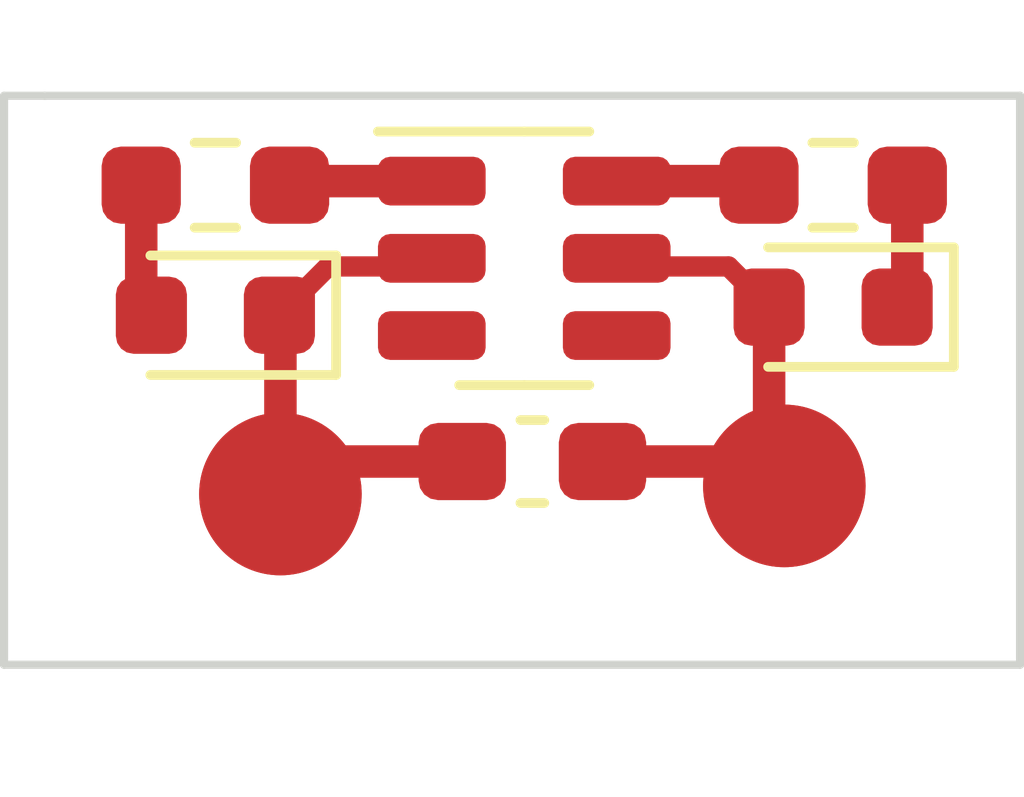
<source format=kicad_pcb>
(kicad_pcb (version 20211014) (generator pcbnew)
  (title_block (comment 4 "AISLER Project ID: RUQXZOMU"))
  (layers (0 "F.Cu" signal) (31 "B.Cu" signal) (34 "B.Paste" user) (35 "F.Paste" user) (36 "B.SilkS" user "B.Silkscreen") (37 "F.SilkS" user "F.Silkscreen") (38 "B.Mask" user) (39 "F.Mask" user) (44 "Edge.Cuts" user))
  (net 0 "")
  (net 1 "Net-(C1-Pad1)")
  (net 2 "Net-(C1-Pad2)")
  (net 3 "Net-(D1-Pad2)")
  (net 4 "Net-(R1-Pad2)")
  (net 5 "Net-(R2-Pad2)")
  (net 8 "Net-(D2-Pad1)")
  (footprint "Resistor_SMD:R_0603_1608Metric_Pad0.98x0.95mm_HandSolder" (layer "F.Cu") (at 153.7 95.1 180)
    (fp_text reference "R1" hide)
    (fp_text value "560R")
    (fp_line (start -0.254724 -0.5225) (end 0.254724 -0.5225) (layer "F.SilkS") (width 0.12))
    (fp_line (start -0.254724 0.5225) (end 0.254724 0.5225) (layer "F.SilkS") (width 0.12))
    (pad "1" smd roundrect (at -0.9125 0 180) (size 0.975 0.95) (layers "F.Cu" "F.Paste" "F.Mask") (net 8 "Net-(D2-Pad1)"))
    (pad "2" smd roundrect (at 0.9125 0 180) (size 0.975 0.95) (layers "F.Cu" "F.Paste" "F.Mask") (net 5 "Net-(R2-Pad2)"))
  )
  (footprint "MountingHole:MountingHole_2.2mm_M2_DIN965_Pad_TopOnly" (layer "F.Cu") (at 153.1 98.8)
    (fp_text reference "H1" hide)
    (fp_text value "Pad+")
    (pad "1" smd circle (at 0 0) (size 2 2) (layers "F.Cu" "F.Paste" "F.Mask") (net 1 "Net-(C1-Pad1)"))
    (pad "1" smd circle (at 0 0) (size 2 2) (layers "F.Cu" "F.Paste" "F.Mask") (net 1 "Net-(C1-Pad1)"))
  )
  (footprint "MountingHole:MountingHole_2.2mm_M2_DIN965_Pad_TopOnly" (layer "F.Cu") (at 146.9 98.9)
    (fp_text reference "H2" hide)
    (fp_text value "Pad-")
    (pad "1" smd circle (at 0 0) (size 2 2) (layers "F.Cu" "F.Paste" "F.Mask") (net 2 "Net-(C1-Pad2)"))
    (pad "1" smd circle (at 0 0) (size 2 2) (layers "F.Cu" "F.Paste" "F.Mask") (net 2 "Net-(C1-Pad2)"))
  )
  (footprint "Resistor_SMD:R_0603_1608Metric_Pad0.98x0.95mm_HandSolder" (layer "F.Cu") (at 146.1 95.1)
    (fp_text reference "R2" hide)
    (fp_text value "560R")
    (fp_line (start -0.254724 0.5225) (end 0.254724 0.5225) (layer "F.SilkS") (width 0.12))
    (fp_line (start -0.254724 -0.5225) (end 0.254724 -0.5225) (layer "F.SilkS") (width 0.12))
    (pad "1" smd roundrect (at -0.9125 0) (size 0.975 0.95) (layers "F.Cu" "F.Paste" "F.Mask") (net 3 "Net-(D1-Pad2)"))
    (pad "2" smd roundrect (at 0.9125 0) (size 0.975 0.95) (layers "F.Cu" "F.Paste" "F.Mask") (net 4 "Net-(R1-Pad2)"))
  )
  (footprint "Package_TO_SOT_SMD:SOT-23-6" (layer "F.Cu") (at 149.9 96)
    (fp_text reference "U1" hide)
    (fp_text value "PIC10F320-IOT")
    (fp_line (start 0 1.56) (end -0.8 1.56) (layer "F.SilkS") (width 0.12))
    (fp_line (start 0 1.56) (end 0.8 1.56) (layer "F.SilkS") (width 0.12))
    (fp_line (start 0 -1.56) (end 0.8 -1.56) (layer "F.SilkS") (width 0.12))
    (fp_line (start 0 -1.56) (end -1.8 -1.56) (layer "F.SilkS") (width 0.12))
    (pad "1" smd roundrect (at -1.1375 -0.95) (size 1.325 0.6) (layers "F.Cu" "F.Paste" "F.Mask") (net 4 "Net-(R1-Pad2)"))
    (pad "2" smd roundrect (at -1.1375 0) (size 1.325 0.6) (layers "F.Cu" "F.Paste" "F.Mask") (net 2 "Net-(C1-Pad2)"))
    (pad "3" smd roundrect (at -1.1375 0.95) (size 1.325 0.6) (layers "F.Cu" "F.Paste" "F.Mask"))
    (pad "4" smd roundrect (at 1.1375 0.95) (size 1.325 0.6) (layers "F.Cu" "F.Paste" "F.Mask"))
    (pad "5" smd roundrect (at 1.1375 0) (size 1.325 0.6) (layers "F.Cu" "F.Paste" "F.Mask") (net 1 "Net-(C1-Pad1)"))
    (pad "6" smd roundrect (at 1.1375 -0.95) (size 1.325 0.6) (layers "F.Cu" "F.Paste" "F.Mask") (net 5 "Net-(R2-Pad2)"))
  )
  (footprint "Capacitor_SMD:C_0603_1608Metric_Pad1.08x0.95mm_HandSolder" (layer "F.Cu") (at 150 98.5 180)
    (fp_text reference "C1" hide)
    (fp_text value "100nF")
    (fp_line (start -0.146267 0.51) (end 0.146267 0.51) (layer "F.SilkS") (width 0.12))
    (fp_line (start -0.146267 -0.51) (end 0.146267 -0.51) (layer "F.SilkS") (width 0.12))
    (pad "1" smd roundrect (at -0.8625 0 180) (size 1.075 0.95) (layers "F.Cu" "F.Paste" "F.Mask") (net 1 "Net-(C1-Pad1)"))
    (pad "2" smd roundrect (at 0.8625 0 180) (size 1.075 0.95) (layers "F.Cu" "F.Paste" "F.Mask") (net 2 "Net-(C1-Pad2)"))
  )
  (footprint "LED_SMD:LED_0603_1608Metric" (layer "F.Cu") (at 146.1 96.7 180)
    (fp_text reference "D1" hide)
    (fp_text value "rt")
    (fp_line (start -1.485 -0.735) (end -1.485 0.735) (layer "F.SilkS") (width 0.12))
    (fp_line (start -1.485 0.735) (end 0.8 0.735) (layer "F.SilkS") (width 0.12))
    (fp_line (start 0.8 -0.735) (end -1.485 -0.735) (layer "F.SilkS") (width 0.12))
    (pad "1" smd roundrect (at -0.7875 0 180) (size 0.875 0.95) (layers "F.Cu" "F.Paste" "F.Mask") (net 2 "Net-(C1-Pad2)"))
    (pad "2" smd roundrect (at 0.7875 0 180) (size 0.875 0.95) (layers "F.Cu" "F.Paste" "F.Mask") (net 3 "Net-(D1-Pad2)"))
  )
  (footprint "LED_SMD:LED_0603_1608Metric" (layer "F.Cu") (at 153.7 96.6 180)
    (fp_text reference "D2" hide)
    (fp_text value "gn")
    (fp_line (start -1.485 0.735) (end 0.8 0.735) (layer "F.SilkS") (width 0.12))
    (fp_line (start 0.8 -0.735) (end -1.485 -0.735) (layer "F.SilkS") (width 0.12))
    (fp_line (start -1.485 -0.735) (end -1.485 0.735) (layer "F.SilkS") (width 0.12))
    (pad "1" smd roundrect (at -0.7875 0 180) (size 0.875 0.95) (layers "F.Cu" "F.Paste" "F.Mask") (net 8 "Net-(D2-Pad1)"))
    (pad "2" smd roundrect (at 0.7875 0 180) (size 0.875 0.95) (layers "F.Cu" "F.Paste" "F.Mask") (net 1 "Net-(C1-Pad1)"))
  )
  (gr_line (start 144 94) (end 143.5 94) (layer "Edge.Cuts") (width 0.1))
  (gr_line (start 143.5 101) (end 156 101) (layer "Edge.Cuts") (width 0.1))
  (gr_line (start 156 94) (end 144 94) (layer "Edge.Cuts") (width 0.1))
  (gr_line (start 156 101) (end 156 94) (layer "Edge.Cuts") (width 0.1))
  (gr_line (start 143.5 94) (end 143.5 101) (layer "Edge.Cuts") (width 0.1))
  (segment (start 152.8 98.5) (end 153.1 98.8) (width 0.4) (layer "F.Cu") (net 1))
  (segment (start 150.8625 98.5) (end 152.8 98.5) (width 0.4) (layer "F.Cu") (net 1))
  (segment (start 152.9125 96.6) (end 152.9125 98.6125) (width 0.4) (layer "F.Cu") (net 1))
  (segment (start 151.1 96.1) (end 152.4125 96.1) (width 0.25) (layer "F.Cu") (net 1))
  (segment (start 152.4125 96.1) (end 152.9125 96.6) (width 0.25) (layer "F.Cu") (net 1))
  (segment (start 151.0375 96.0375) (end 151.1 96.1) (width 0.25) (layer "F.Cu") (net 1))
  (segment (start 151.0375 96) (end 151.0375 96.0375) (width 0.25) (layer "F.Cu") (net 1))
  (segment (start 152.9125 98.6125) (end 153.1 98.8) (width 0.4) (layer "F.Cu") (net 1))
  (segment (start 148.7 96.1) (end 147.4875 96.1) (width 0.25) (layer "F.Cu") (net 2))
  (segment (start 148.7625 96.0375) (end 148.7 96.1) (width 0.25) (layer "F.Cu") (net 2))
  (segment (start 147.4875 96.1) (end 146.8875 96.7) (width 0.25) (layer "F.Cu") (net 2))
  (segment (start 148.7625 96) (end 148.7625 96.0375) (width 0.25) (layer "F.Cu") (net 2))
  (segment (start 149.1375 98.5) (end 147.3 98.5) (width 0.4) (layer "F.Cu") (net 2))
  (segment (start 146.9 98.9) (end 146.9 96.7125) (width 0.4) (layer "F.Cu") (net 2))
  (segment (start 147.3 98.5) (end 146.9 98.9) (width 0.4) (layer "F.Cu") (net 2))
  (segment (start 146.9 96.7125) (end 146.8875 96.7) (width 0.4) (layer "F.Cu") (net 2))
  (segment (start 145.1875 96.575) (end 145.3125 96.7) (width 0.4) (layer "F.Cu") (net 3))
  (segment (start 145.1875 95.1) (end 145.1875 96.575) (width 0.4) (layer "F.Cu") (net 3))
  (segment (start 147.0625 95.05) (end 147.0125 95.1) (width 0.4) (layer "F.Cu") (net 4))
  (segment (start 148.7625 95.05) (end 147.0625 95.05) (width 0.4) (layer "F.Cu") (net 4))
  (segment (start 152.7375 95.05) (end 152.7875 95.1) (width 0.4) (layer "F.Cu") (net 5))
  (segment (start 151.0375 95.05) (end 152.7375 95.05) (width 0.4) (layer "F.Cu") (net 5))
  (segment (start 154.6125 96.475) (end 154.4875 96.6) (width 0.4) (layer "F.Cu") (net 8))
  (segment (start 154.6125 95.1) (end 154.6125 96.475) (width 0.4) (layer "F.Cu") (net 8))
)
</source>
